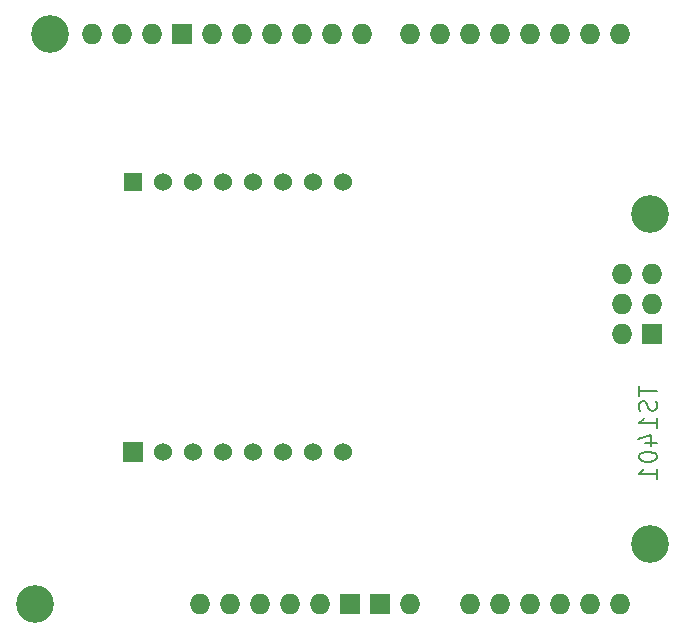
<source format=gbr>
%TF.GenerationSoftware,KiCad,Pcbnew,8.0.7+1*%
%TF.CreationDate,2025-02-19T15:00:20+01:00*%
%TF.ProjectId,ts14-arduino-shield,74733134-2d61-4726-9475-696e6f2d7368,rev?*%
%TF.SameCoordinates,Original*%
%TF.FileFunction,Soldermask,Bot*%
%TF.FilePolarity,Negative*%
%FSLAX46Y46*%
G04 Gerber Fmt 4.6, Leading zero omitted, Abs format (unit mm)*
G04 Created by KiCad (PCBNEW 8.0.7+1) date 2025-02-19 15:00:20*
%MOMM*%
%LPD*%
G01*
G04 APERTURE LIST*
%ADD10C,0.150000*%
%ADD11R,1.676400X1.676400*%
%ADD12C,1.524000*%
%ADD13R,1.524000X1.524000*%
%ADD14C,3.200000*%
%ADD15O,1.727200X1.727200*%
%ADD16R,1.727200X1.727200*%
G04 APERTURE END LIST*
D10*
X174558628Y-102241541D02*
X174558628Y-103098684D01*
X176058628Y-102670112D02*
X174558628Y-102670112D01*
X175987200Y-103527255D02*
X176058628Y-103741541D01*
X176058628Y-103741541D02*
X176058628Y-104098683D01*
X176058628Y-104098683D02*
X175987200Y-104241541D01*
X175987200Y-104241541D02*
X175915771Y-104312969D01*
X175915771Y-104312969D02*
X175772914Y-104384398D01*
X175772914Y-104384398D02*
X175630057Y-104384398D01*
X175630057Y-104384398D02*
X175487200Y-104312969D01*
X175487200Y-104312969D02*
X175415771Y-104241541D01*
X175415771Y-104241541D02*
X175344342Y-104098683D01*
X175344342Y-104098683D02*
X175272914Y-103812969D01*
X175272914Y-103812969D02*
X175201485Y-103670112D01*
X175201485Y-103670112D02*
X175130057Y-103598683D01*
X175130057Y-103598683D02*
X174987200Y-103527255D01*
X174987200Y-103527255D02*
X174844342Y-103527255D01*
X174844342Y-103527255D02*
X174701485Y-103598683D01*
X174701485Y-103598683D02*
X174630057Y-103670112D01*
X174630057Y-103670112D02*
X174558628Y-103812969D01*
X174558628Y-103812969D02*
X174558628Y-104170112D01*
X174558628Y-104170112D02*
X174630057Y-104384398D01*
X176058628Y-105812969D02*
X176058628Y-104955826D01*
X176058628Y-105384397D02*
X174558628Y-105384397D01*
X174558628Y-105384397D02*
X174772914Y-105241540D01*
X174772914Y-105241540D02*
X174915771Y-105098683D01*
X174915771Y-105098683D02*
X174987200Y-104955826D01*
X175058628Y-107098683D02*
X176058628Y-107098683D01*
X174487200Y-106741540D02*
X175558628Y-106384397D01*
X175558628Y-106384397D02*
X175558628Y-107312968D01*
X174558628Y-108170111D02*
X174558628Y-108312968D01*
X174558628Y-108312968D02*
X174630057Y-108455825D01*
X174630057Y-108455825D02*
X174701485Y-108527254D01*
X174701485Y-108527254D02*
X174844342Y-108598682D01*
X174844342Y-108598682D02*
X175130057Y-108670111D01*
X175130057Y-108670111D02*
X175487200Y-108670111D01*
X175487200Y-108670111D02*
X175772914Y-108598682D01*
X175772914Y-108598682D02*
X175915771Y-108527254D01*
X175915771Y-108527254D02*
X175987200Y-108455825D01*
X175987200Y-108455825D02*
X176058628Y-108312968D01*
X176058628Y-108312968D02*
X176058628Y-108170111D01*
X176058628Y-108170111D02*
X175987200Y-108027254D01*
X175987200Y-108027254D02*
X175915771Y-107955825D01*
X175915771Y-107955825D02*
X175772914Y-107884396D01*
X175772914Y-107884396D02*
X175487200Y-107812968D01*
X175487200Y-107812968D02*
X175130057Y-107812968D01*
X175130057Y-107812968D02*
X174844342Y-107884396D01*
X174844342Y-107884396D02*
X174701485Y-107955825D01*
X174701485Y-107955825D02*
X174630057Y-108027254D01*
X174630057Y-108027254D02*
X174558628Y-108170111D01*
X176058628Y-110098682D02*
X176058628Y-109241539D01*
X176058628Y-109670110D02*
X174558628Y-109670110D01*
X174558628Y-109670110D02*
X174772914Y-109527253D01*
X174772914Y-109527253D02*
X174915771Y-109384396D01*
X174915771Y-109384396D02*
X174987200Y-109241539D01*
D11*
%TO.C,CON1*%
X131720000Y-107860000D03*
D12*
X134260000Y-107860000D03*
X136800000Y-107860000D03*
X139340000Y-107860000D03*
X141880000Y-107860000D03*
X144420000Y-107860000D03*
X146960000Y-107860000D03*
X149500000Y-107860000D03*
X149500000Y-85000000D03*
X146960000Y-85000000D03*
X144420000Y-85000000D03*
X141880000Y-85000000D03*
X139340000Y-85000000D03*
X136800000Y-85000000D03*
X134260000Y-85000000D03*
D13*
X131720000Y-85000000D03*
%TD*%
D14*
%TO.C,Shield1*%
X123449881Y-120702500D03*
X124719881Y-72442500D03*
D15*
X137419881Y-120702500D03*
D14*
X175519881Y-87682500D03*
X175519881Y-115622500D03*
D15*
X145039881Y-120702500D03*
X147579881Y-120702500D03*
X175646881Y-92762500D03*
X160279881Y-120702500D03*
X162819881Y-120702500D03*
X165359881Y-120702500D03*
X167899881Y-120702500D03*
X170439881Y-120702500D03*
X172979881Y-120702500D03*
X133355881Y-72442500D03*
X172979881Y-72442500D03*
X170439881Y-72442500D03*
X167899881Y-72442500D03*
X165359881Y-72442500D03*
X162819881Y-72442500D03*
X160279881Y-72442500D03*
X157739881Y-72442500D03*
X155199881Y-72442500D03*
X151135881Y-72442500D03*
X148595881Y-72442500D03*
X146055881Y-72442500D03*
X143515881Y-72442500D03*
X140975881Y-72442500D03*
X138435881Y-72442500D03*
D16*
X135895881Y-72442500D03*
X150119881Y-120702500D03*
X152659881Y-120702500D03*
X175646881Y-97842500D03*
D15*
X139959881Y-120702500D03*
X173106881Y-92762500D03*
X175646881Y-95302500D03*
X142499881Y-120702500D03*
X173106881Y-97842500D03*
X173106881Y-95302500D03*
X128275881Y-72442500D03*
X130815881Y-72442500D03*
X155199881Y-120702500D03*
%TD*%
M02*

</source>
